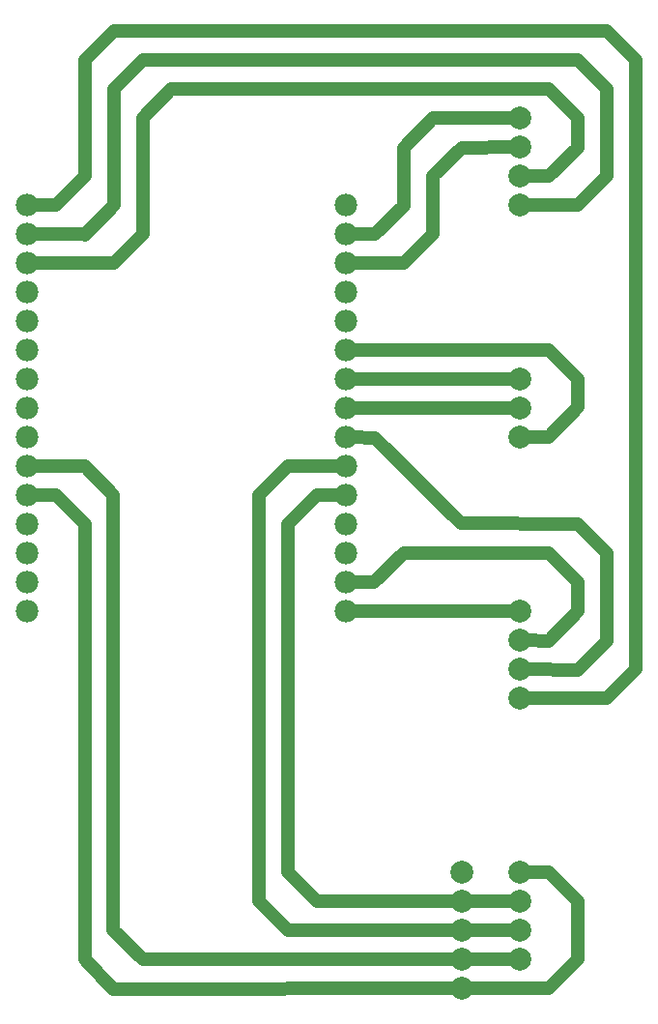
<source format=gbl>
G04 MADE WITH FRITZING*
G04 WWW.FRITZING.ORG*
G04 SINGLE SIDED*
G04 HOLES NOT PLATED*
G04 CONTOUR ON CENTER OF CONTOUR VECTOR*
%ASAXBY*%
%FSLAX23Y23*%
%MOIN*%
%OFA0B0*%
%SFA1.0B1.0*%
%ADD10C,0.077769*%
%ADD11C,0.077775*%
%ADD12C,0.078740*%
%ADD13C,0.048000*%
%LNCOPPER0*%
G90*
G70*
G54D10*
X1303Y2798D03*
X203Y2998D03*
X203Y2898D03*
X203Y2798D03*
G54D11*
X203Y2698D03*
G54D10*
X203Y2598D03*
X1303Y2898D03*
X1303Y2998D03*
G54D11*
X1303Y2698D03*
G54D10*
X203Y2498D03*
X203Y2398D03*
X203Y2298D03*
X203Y2198D03*
X203Y2098D03*
X203Y1998D03*
X203Y1898D03*
X203Y1798D03*
X203Y1698D03*
X203Y1598D03*
X1303Y2298D03*
X1303Y2198D03*
X1303Y2098D03*
X1303Y1998D03*
X1303Y1898D03*
X1303Y1798D03*
X1303Y1698D03*
X1303Y1598D03*
X1303Y2598D03*
X1303Y2498D03*
X1303Y2398D03*
G54D12*
X1703Y698D03*
X1903Y3198D03*
X1903Y3098D03*
X1903Y2998D03*
X1903Y3298D03*
X1903Y2198D03*
X1903Y2298D03*
X1903Y2398D03*
X1903Y1398D03*
X1903Y1298D03*
X1903Y1498D03*
X1903Y1598D03*
X1903Y498D03*
X1903Y398D03*
X1903Y598D03*
X1903Y698D03*
X1703Y298D03*
X1703Y398D03*
X1703Y498D03*
X1703Y598D03*
G54D13*
X1883Y398D02*
X1722Y398D01*
D02*
X1883Y498D02*
X1722Y498D01*
D02*
X1883Y598D02*
X1722Y598D01*
D02*
X2002Y299D02*
X1722Y298D01*
D02*
X2104Y397D02*
X2002Y299D01*
D02*
X2104Y597D02*
X2104Y397D01*
D02*
X2002Y699D02*
X2104Y597D01*
D02*
X1922Y698D02*
X2002Y699D01*
D02*
X1322Y1598D02*
X1883Y1598D01*
D02*
X1404Y2196D02*
X1700Y1900D01*
D02*
X1700Y1900D02*
X2104Y1898D01*
D02*
X2104Y1898D02*
X2203Y1799D01*
D02*
X2203Y1799D02*
X2204Y1496D01*
D02*
X2204Y1496D02*
X2104Y1396D01*
D02*
X2104Y1396D02*
X1922Y1398D01*
D02*
X1322Y2197D02*
X1404Y2196D01*
D02*
X1401Y1697D02*
X1502Y1797D01*
D02*
X1502Y1797D02*
X2002Y1799D01*
D02*
X2002Y1799D02*
X2104Y1697D01*
D02*
X2104Y1697D02*
X2104Y1598D01*
D02*
X2104Y1598D02*
X2002Y1496D01*
D02*
X2002Y1496D02*
X1922Y1497D01*
D02*
X1322Y1697D02*
X1401Y1697D01*
D02*
X303Y2998D02*
X222Y2998D01*
D02*
X1322Y2298D02*
X1883Y2298D01*
D02*
X1883Y2398D02*
X1321Y2398D01*
D02*
X1502Y2798D02*
X1322Y2798D01*
D02*
X1602Y2897D02*
X1502Y2798D01*
D02*
X1702Y3196D02*
X1604Y3098D01*
D02*
X1602Y2897D02*
X1602Y2897D01*
D02*
X1604Y3098D02*
X1602Y2897D01*
D02*
X1883Y3198D02*
X1702Y3196D01*
D02*
X2202Y3098D02*
X2104Y2997D01*
D02*
X2202Y3399D02*
X2202Y3098D01*
D02*
X2104Y2997D02*
X1922Y2998D01*
D02*
X2104Y3497D02*
X2202Y3399D01*
D02*
X603Y3497D02*
X2104Y3497D01*
D02*
X502Y3399D02*
X603Y3497D01*
D02*
X504Y2998D02*
X502Y3399D01*
D02*
X402Y2896D02*
X504Y2998D01*
D02*
X221Y2898D02*
X402Y2897D01*
D02*
X2002Y2497D02*
X1321Y2498D01*
D02*
X2104Y2398D02*
X2002Y2497D01*
D02*
X2003Y2197D02*
X2105Y2300D01*
D02*
X2105Y2300D02*
X2104Y2398D01*
D02*
X402Y3099D02*
X404Y3497D01*
D02*
X303Y2998D02*
X403Y3099D01*
D02*
X404Y3497D02*
X502Y3598D01*
D02*
X502Y3598D02*
X2202Y3598D01*
D02*
X2202Y3598D02*
X2303Y3497D01*
D02*
X2303Y3497D02*
X2302Y1398D01*
D02*
X2202Y1298D02*
X1922Y1298D01*
D02*
X2302Y1398D02*
X2202Y1298D01*
D02*
X1284Y1998D02*
X1204Y1999D01*
D02*
X1104Y1899D02*
X1104Y699D01*
D02*
X1204Y1999D02*
X1104Y1899D01*
D02*
X1104Y699D02*
X1204Y599D01*
D02*
X1204Y599D02*
X1683Y598D01*
D02*
X303Y1998D02*
X222Y1998D01*
D02*
X402Y1899D02*
X303Y1998D01*
D02*
X402Y399D02*
X402Y1899D01*
D02*
X501Y296D02*
X402Y399D01*
D02*
X1683Y298D02*
X501Y296D01*
D02*
X1322Y2898D02*
X1404Y2897D01*
D02*
X1502Y3196D02*
X1604Y3298D01*
D02*
X1503Y2996D02*
X1502Y3196D01*
D02*
X1404Y2897D02*
X1503Y2996D01*
D02*
X1604Y3298D02*
X1883Y3298D01*
D02*
X501Y498D02*
X604Y399D01*
D02*
X604Y399D02*
X1683Y398D01*
D02*
X501Y1998D02*
X501Y498D01*
D02*
X402Y2098D02*
X501Y1998D01*
D02*
X221Y2098D02*
X402Y2098D01*
D02*
X603Y3298D02*
X602Y2897D01*
D02*
X602Y2897D02*
X504Y2798D01*
D02*
X701Y3399D02*
X603Y3298D01*
D02*
X504Y2798D02*
X222Y2798D01*
D02*
X2003Y3399D02*
X702Y3399D01*
D02*
X2104Y3298D02*
X2002Y3399D01*
D02*
X2003Y3098D02*
X2104Y3196D01*
D02*
X2104Y3196D02*
X2104Y3298D01*
D02*
X1922Y3098D02*
X2003Y3098D01*
D02*
X1284Y2098D02*
X1104Y2099D01*
D02*
X1104Y2099D02*
X1003Y1999D01*
D02*
X1003Y1999D02*
X1003Y599D01*
D02*
X1003Y599D02*
X1104Y498D01*
D02*
X1104Y498D02*
X1683Y498D01*
D02*
X2003Y2197D02*
X1922Y2198D01*
G04 End of Copper0*
M02*
</source>
